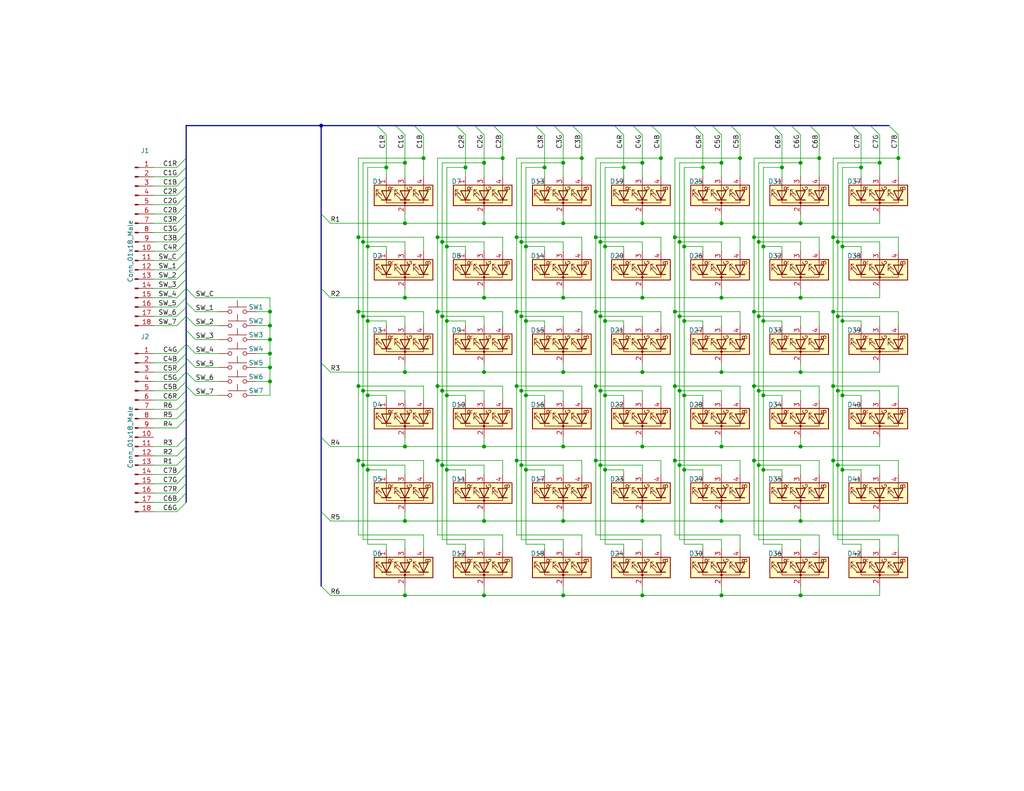
<source format=kicad_sch>
(kicad_sch (version 20230121) (generator eeschema)
  (paper "USLetter")
  (title_block (title "4-In-A-Row Soldering Kit LED Board") (date "2021-04-20") (rev "1.0") (comment 1 "Jamal Bouajjaj"))
  (junction (at 218.44 81.28) (diameter 0.9144))
  (junction (at 228.6 86.36) (diameter 0.9144))
  (junction (at 175.26 121.92) (diameter 0.9144))
  (junction (at 208.28 107.95) (diameter 0.9144))
  (junction (at 73.66 100.33) (diameter 0.9144))
  (junction (at 175.26 60.96) (diameter 0.9144))
  (junction (at 163.83 106.68) (diameter 0.9144))
  (junction (at 170.18 45.72) (diameter 0.9144))
  (junction (at 196.85 142.24) (diameter 0.9144))
  (junction (at 121.92 107.95) (diameter 0.9144))
  (junction (at 162.56 64.77) (diameter 0.9144))
  (junction (at 99.06 127) (diameter 0.9144))
  (junction (at 73.66 92.71) (diameter 0.9144))
  (junction (at 163.83 127) (diameter 0.9144))
  (junction (at 165.1 128.27) (diameter 0.9144))
  (junction (at 97.79 105.41) (diameter 0.9144))
  (junction (at 186.69 107.95) (diameter 0.9144))
  (junction (at 196.85 44.45) (diameter 0.9144))
  (junction (at 229.87 67.31) (diameter 0.9144))
  (junction (at 142.24 66.04) (diameter 0.9144))
  (junction (at 110.49 44.45) (diameter 0.9144))
  (junction (at 218.44 60.96) (diameter 0.9144))
  (junction (at 229.87 107.95) (diameter 0.9144))
  (junction (at 175.26 162.56) (diameter 0.9144))
  (junction (at 184.15 125.73) (diameter 0.9144))
  (junction (at 207.01 106.68) (diameter 0.9144))
  (junction (at 143.51 67.31) (diameter 0.9144))
  (junction (at 227.33 105.41) (diameter 0.9144))
  (junction (at 142.24 106.68) (diameter 0.9144))
  (junction (at 205.74 105.41) (diameter 0.9144))
  (junction (at 99.06 86.36) (diameter 0.9144))
  (junction (at 229.87 87.63) (diameter 0.9144))
  (junction (at 196.85 60.96) (diameter 0.9144))
  (junction (at 140.97 105.41) (diameter 0.9144))
  (junction (at 175.26 81.28) (diameter 0.9144))
  (junction (at 97.79 125.73) (diameter 0.9144))
  (junction (at 229.87 128.27) (diameter 0.9144))
  (junction (at 119.38 105.41) (diameter 0.9144))
  (junction (at 186.69 128.27) (diameter 0.9144))
  (junction (at 132.08 162.56) (diameter 0.9144))
  (junction (at 87.63 34.29) (diameter 0.9144))
  (junction (at 100.33 107.95) (diameter 0.9144))
  (junction (at 132.08 60.96) (diameter 0.9144))
  (junction (at 162.56 85.09) (diameter 0.9144))
  (junction (at 208.28 128.27) (diameter 0.9144))
  (junction (at 184.15 64.77) (diameter 0.9144))
  (junction (at 132.08 121.92) (diameter 0.9144))
  (junction (at 143.51 87.63) (diameter 0.9144))
  (junction (at 143.51 128.27) (diameter 0.9144))
  (junction (at 208.28 67.31) (diameter 0.9144))
  (junction (at 121.92 128.27) (diameter 0.9144))
  (junction (at 119.38 85.09) (diameter 0.9144))
  (junction (at 153.67 101.6) (diameter 0.9144))
  (junction (at 227.33 85.09) (diameter 0.9144))
  (junction (at 110.49 162.56) (diameter 0.9144))
  (junction (at 223.52 43.18) (diameter 0.9144))
  (junction (at 205.74 85.09) (diameter 0.9144))
  (junction (at 240.03 44.45) (diameter 0.9144))
  (junction (at 207.01 86.36) (diameter 0.9144))
  (junction (at 140.97 64.77) (diameter 0.9144))
  (junction (at 185.42 106.68) (diameter 0.9144))
  (junction (at 99.06 66.04) (diameter 0.9144))
  (junction (at 153.67 142.24) (diameter 0.9144))
  (junction (at 120.65 86.36) (diameter 0.9144))
  (junction (at 228.6 127) (diameter 0.9144))
  (junction (at 185.42 86.36) (diameter 0.9144))
  (junction (at 153.67 121.92) (diameter 0.9144))
  (junction (at 110.49 81.28) (diameter 0.9144))
  (junction (at 163.83 86.36) (diameter 0.9144))
  (junction (at 158.75 43.18) (diameter 0.9144))
  (junction (at 121.92 87.63) (diameter 0.9144))
  (junction (at 121.92 67.31) (diameter 0.9144))
  (junction (at 140.97 85.09) (diameter 0.9144))
  (junction (at 234.95 45.72) (diameter 0.9144))
  (junction (at 132.08 81.28) (diameter 0.9144))
  (junction (at 110.49 60.96) (diameter 0.9144))
  (junction (at 186.69 87.63) (diameter 0.9144))
  (junction (at 207.01 127) (diameter 0.9144))
  (junction (at 185.42 127) (diameter 0.9144))
  (junction (at 208.28 87.63) (diameter 0.9144))
  (junction (at 196.85 162.56) (diameter 0.9144))
  (junction (at 163.83 66.04) (diameter 0.9144))
  (junction (at 73.66 88.9) (diameter 0.9144))
  (junction (at 73.66 104.14) (diameter 0.9144))
  (junction (at 207.01 66.04) (diameter 0.9144))
  (junction (at 142.24 127) (diameter 0.9144))
  (junction (at 245.11 43.18) (diameter 0.9144))
  (junction (at 227.33 125.73) (diameter 0.9144))
  (junction (at 186.69 67.31) (diameter 0.9144))
  (junction (at 196.85 121.92) (diameter 0.9144))
  (junction (at 165.1 107.95) (diameter 0.9144))
  (junction (at 180.34 43.18) (diameter 0.9144))
  (junction (at 105.41 45.72) (diameter 0.9144))
  (junction (at 196.85 101.6) (diameter 0.9144))
  (junction (at 110.49 101.6) (diameter 0.9144))
  (junction (at 218.44 121.92) (diameter 0.9144))
  (junction (at 184.15 105.41) (diameter 0.9144))
  (junction (at 100.33 128.27) (diameter 0.9144))
  (junction (at 218.44 162.56) (diameter 0.9144))
  (junction (at 99.06 106.68) (diameter 0.9144))
  (junction (at 175.26 142.24) (diameter 0.9144))
  (junction (at 148.59 45.72) (diameter 0.9144))
  (junction (at 153.67 44.45) (diameter 0.9144))
  (junction (at 100.33 67.31) (diameter 0.9144))
  (junction (at 100.33 87.63) (diameter 0.9144))
  (junction (at 184.15 85.09) (diameter 0.9144))
  (junction (at 143.51 107.95) (diameter 0.9144))
  (junction (at 119.38 64.77) (diameter 0.9144))
  (junction (at 153.67 162.56) (diameter 0.9144))
  (junction (at 73.66 85.09) (diameter 0.9144))
  (junction (at 205.74 125.73) (diameter 0.9144))
  (junction (at 97.79 64.77) (diameter 0.9144))
  (junction (at 227.33 64.77) (diameter 0.9144))
  (junction (at 119.38 125.73) (diameter 0.9144))
  (junction (at 228.6 66.04) (diameter 0.9144))
  (junction (at 196.85 81.28) (diameter 0.9144))
  (junction (at 205.74 64.77) (diameter 0.9144))
  (junction (at 218.44 142.24) (diameter 0.9144))
  (junction (at 132.08 44.45) (diameter 0.9144))
  (junction (at 191.77 45.72) (diameter 0.9144))
  (junction (at 228.6 106.68) (diameter 0.9144))
  (junction (at 153.67 60.96) (diameter 0.9144))
  (junction (at 110.49 121.92) (diameter 0.9144))
  (junction (at 165.1 87.63) (diameter 0.9144))
  (junction (at 213.36 45.72) (diameter 0.9144))
  (junction (at 140.97 125.73) (diameter 0.9144))
  (junction (at 165.1 67.31) (diameter 0.9144))
  (junction (at 201.93 43.18) (diameter 0.9144))
  (junction (at 175.26 101.6) (diameter 0.9144))
  (junction (at 142.24 86.36) (diameter 0.9144))
  (junction (at 115.57 43.18) (diameter 0.9144))
  (junction (at 73.66 96.52) (diameter 0.9144))
  (junction (at 120.65 127) (diameter 0.9144))
  (junction (at 132.08 101.6) (diameter 0.9144))
  (junction (at 120.65 106.68) (diameter 0.9144))
  (junction (at 185.42 66.04) (diameter 0.9144))
  (junction (at 110.49 142.24) (diameter 0.9144))
  (junction (at 137.16 43.18) (diameter 0.9144))
  (junction (at 218.44 101.6) (diameter 0.9144))
  (junction (at 132.08 142.24) (diameter 0.9144))
  (junction (at 153.67 81.28) (diameter 0.9144))
  (junction (at 120.65 66.04) (diameter 0.9144))
  (junction (at 218.44 44.45) (diameter 0.9144))
  (junction (at 97.79 85.09) (diameter 0.9144))
  (junction (at 127 45.72) (diameter 0.9144))
  (junction (at 162.56 105.41) (diameter 0.9144))
  (junction (at 162.56 125.73) (diameter 0.9144))
  (junction (at 175.26 44.45) (diameter 0.9144))
  (bus_entry (at 87.63 78.74) (size 2.54 2.54) (stroke (width 0.1524)))
  (bus_entry (at 50.8 48.26) (size -2.54 2.54) (stroke (width 0.1524)))
  (bus_entry (at 102.87 34.29) (size 2.54 2.54) (stroke (width 0.1524)))
  (bus_entry (at 232.41 34.29) (size 2.54 2.54) (stroke (width 0.1524)))
  (bus_entry (at 50.8 127) (size -2.54 2.54) (stroke (width 0.1524)))
  (bus_entry (at 87.63 139.7) (size 2.54 2.54) (stroke (width 0.1524)))
  (bus_entry (at 50.8 55.88) (size -2.54 2.54) (stroke (width 0.1524)))
  (bus_entry (at 50.8 101.6) (size -2.54 2.54) (stroke (width 0.1524)))
  (bus_entry (at 194.31 34.29) (size 2.54 2.54) (stroke (width 0.1524)))
  (bus_entry (at 50.8 76.2) (size -2.54 2.54) (stroke (width 0.1524)))
  (bus_entry (at 87.63 160.02) (size 2.54 2.54) (stroke (width 0.1524)))
  (bus_entry (at 50.8 45.72) (size -2.54 2.54) (stroke (width 0.1524)))
  (bus_entry (at 177.8 34.29) (size 2.54 2.54) (stroke (width 0.1524)))
  (bus_entry (at 50.8 73.66) (size -2.54 2.54) (stroke (width 0.1524)))
  (bus_entry (at 146.05 34.29) (size 2.54 2.54) (stroke (width 0.1524)))
  (bus_entry (at 50.8 137.16) (size -2.54 2.54) (stroke (width 0.1524)))
  (bus_entry (at 113.03 34.29) (size 2.54 2.54) (stroke (width 0.1524)))
  (bus_entry (at 124.46 34.29) (size 2.54 2.54) (stroke (width 0.1524)))
  (bus_entry (at 237.49 34.29) (size 2.54 2.54) (stroke (width 0.1524)))
  (bus_entry (at 107.95 34.29) (size 2.54 2.54) (stroke (width 0.1524)))
  (bus_entry (at 50.8 78.74) (size 2.54 2.54) (stroke (width 0.1524)))
  (bus_entry (at 167.64 34.29) (size 2.54 2.54) (stroke (width 0.1524)))
  (bus_entry (at 210.82 34.29) (size 2.54 2.54) (stroke (width 0.1524)))
  (bus_entry (at 215.9 34.29) (size 2.54 2.54) (stroke (width 0.1524)))
  (bus_entry (at 156.21 34.29) (size 2.54 2.54) (stroke (width 0.1524)))
  (bus_entry (at 50.8 119.38) (size -2.54 2.54) (stroke (width 0.1524)))
  (bus_entry (at 50.8 58.42) (size -2.54 2.54) (stroke (width 0.1524)))
  (bus_entry (at 50.8 132.08) (size -2.54 2.54) (stroke (width 0.1524)))
  (bus_entry (at 50.8 129.54) (size -2.54 2.54) (stroke (width 0.1524)))
  (bus_entry (at 50.8 106.68) (size -2.54 2.54) (stroke (width 0.1524)))
  (bus_entry (at 50.8 90.17) (size 2.54 2.54) (stroke (width 0.1524)))
  (bus_entry (at 50.8 93.98) (size -2.54 2.54) (stroke (width 0.1524)))
  (bus_entry (at 242.57 34.29) (size 2.54 2.54) (stroke (width 0.1524)))
  (bus_entry (at 199.39 34.29) (size 2.54 2.54) (stroke (width 0.1524)))
  (bus_entry (at 50.8 104.14) (size -2.54 2.54) (stroke (width 0.1524)))
  (bus_entry (at 50.8 97.79) (size 2.54 2.54) (stroke (width 0.1524)))
  (bus_entry (at 151.13 34.29) (size 2.54 2.54) (stroke (width 0.1524)))
  (bus_entry (at 50.8 101.6) (size 2.54 2.54) (stroke (width 0.1524)))
  (bus_entry (at 134.62 34.29) (size 2.54 2.54) (stroke (width 0.1524)))
  (bus_entry (at 50.8 93.98) (size 2.54 2.54) (stroke (width 0.1524)))
  (bus_entry (at 50.8 66.04) (size -2.54 2.54) (stroke (width 0.1524)))
  (bus_entry (at 129.54 34.29) (size 2.54 2.54) (stroke (width 0.1524)))
  (bus_entry (at 50.8 121.92) (size -2.54 2.54) (stroke (width 0.1524)))
  (bus_entry (at 50.8 68.58) (size -2.54 2.54) (stroke (width 0.1524)))
  (bus_entry (at 50.8 81.28) (size -2.54 2.54) (stroke (width 0.1524)))
  (bus_entry (at 172.72 34.29) (size 2.54 2.54) (stroke (width 0.1524)))
  (bus_entry (at 87.63 119.38) (size 2.54 2.54) (stroke (width 0.1524)))
  (bus_entry (at 50.8 86.36) (size -2.54 2.54) (stroke (width 0.1524)))
  (bus_entry (at 50.8 134.62) (size -2.54 2.54) (stroke (width 0.1524)))
  (bus_entry (at 50.8 86.36) (size 2.54 2.54) (stroke (width 0.1524)))
  (bus_entry (at 50.8 105.41) (size 2.54 2.54) (stroke (width 0.1524)))
  (bus_entry (at 50.8 50.8) (size -2.54 2.54) (stroke (width 0.1524)))
  (bus_entry (at 87.63 58.42) (size 2.54 2.54) (stroke (width 0.1524)))
  (bus_entry (at 50.8 82.55) (size 2.54 2.54) (stroke (width 0.1524)))
  (bus_entry (at 50.8 43.18) (size -2.54 2.54) (stroke (width 0.1524)))
  (bus_entry (at 50.8 124.46) (size -2.54 2.54) (stroke (width 0.1524)))
  (bus_entry (at 220.98 34.29) (size 2.54 2.54) (stroke (width 0.1524)))
  (bus_entry (at 50.8 60.96) (size -2.54 2.54) (stroke (width 0.1524)))
  (bus_entry (at 50.8 78.74) (size -2.54 2.54) (stroke (width 0.1524)))
  (bus_entry (at 87.63 99.06) (size 2.54 2.54) (stroke (width 0.1524)))
  (bus_entry (at 50.8 63.5) (size -2.54 2.54) (stroke (width 0.1524)))
  (bus_entry (at 50.8 99.06) (size -2.54 2.54) (stroke (width 0.1524)))
  (bus_entry (at 50.8 114.3) (size -2.54 2.54) (stroke (width 0.1524)))
  (bus_entry (at 189.23 34.29) (size 2.54 2.54) (stroke (width 0.1524)))
  (bus_entry (at 50.8 53.34) (size -2.54 2.54) (stroke (width 0.1524)))
  (bus_entry (at 50.8 71.12) (size -2.54 2.54) (stroke (width 0.1524)))
  (bus_entry (at 50.8 83.82) (size -2.54 2.54) (stroke (width 0.1524)))
  (bus_entry (at 50.8 109.22) (size -2.54 2.54) (stroke (width 0.1524)))
  (bus_entry (at 50.8 96.52) (size -2.54 2.54) (stroke (width 0.1524)))
  (bus_entry (at 50.8 111.76) (size -2.54 2.54) (stroke (width 0.1524)))
  (wire (pts (xy 99.06 127) (xy 99.06 147.32)))
  (wire (pts (xy 115.57 85.09) (xy 97.79 85.09)))
  (wire (pts (xy 120.65 127) (xy 120.65 147.32)))
  (wire (pts (xy 121.92 87.63) (xy 121.92 107.95)))
  (wire (pts (xy 180.34 149.86) (xy 180.34 146.05)))
  (bus (pts (xy 50.8 132.08) (xy 50.8 134.62)))
  (wire (pts (xy 184.15 125.73) (xy 184.15 105.41)))
  (wire (pts (xy 99.06 44.45) (xy 99.06 66.04)))
  (wire (pts (xy 142.24 66.04) (xy 142.24 86.36)))
  (wire (pts (xy 132.08 121.92) (xy 132.08 119.38)))
  (wire (pts (xy 163.83 127) (xy 163.83 147.32)))
  (wire (pts (xy 184.15 146.05) (xy 184.15 125.73)))
  (wire (pts (xy 153.67 86.36) (xy 153.67 88.9)))
  (wire (pts (xy 234.95 36.83) (xy 234.95 45.72)))
  (wire (pts (xy 228.6 127) (xy 240.03 127)))
  (wire (pts (xy 218.44 101.6) (xy 196.85 101.6)))
  (wire (pts (xy 41.91 53.34) (xy 48.26 53.34)))
  (wire (pts (xy 240.03 44.45) (xy 228.6 44.45)))
  (wire (pts (xy 196.85 60.96) (xy 196.85 58.42)))
  (wire (pts (xy 228.6 106.68) (xy 240.03 106.68)))
  (wire (pts (xy 132.08 101.6) (xy 110.49 101.6)))
  (wire (pts (xy 196.85 101.6) (xy 196.85 99.06)))
  (wire (pts (xy 186.69 107.95) (xy 186.69 128.27)))
  (wire (pts (xy 245.11 43.18) (xy 245.11 48.26)))
  (wire (pts (xy 218.44 142.24) (xy 196.85 142.24)))
  (wire (pts (xy 110.49 127) (xy 110.49 129.54)))
  (bus (pts (xy 50.8 63.5) (xy 50.8 66.04)))
  (wire (pts (xy 170.18 87.63) (xy 170.18 88.9)))
  (wire (pts (xy 73.66 81.28) (xy 73.66 85.09)))
  (wire (pts (xy 213.36 45.72) (xy 208.28 45.72)))
  (wire (pts (xy 180.34 129.54) (xy 180.34 125.73)))
  (wire (pts (xy 90.17 60.96) (xy 110.49 60.96)))
  (wire (pts (xy 99.06 66.04) (xy 110.49 66.04)))
  (wire (pts (xy 175.26 147.32) (xy 175.26 149.86)))
  (wire (pts (xy 165.1 148.59) (xy 170.18 148.59)))
  (wire (pts (xy 196.85 121.92) (xy 218.44 121.92)))
  (wire (pts (xy 158.75 68.58) (xy 158.75 64.77)))
  (wire (pts (xy 227.33 125.73) (xy 227.33 105.41)))
  (wire (pts (xy 97.79 85.09) (xy 97.79 64.77)))
  (wire (pts (xy 186.69 67.31) (xy 186.69 87.63)))
  (wire (pts (xy 229.87 87.63) (xy 229.87 107.95)))
  (wire (pts (xy 158.75 105.41) (xy 140.97 105.41)))
  (wire (pts (xy 110.49 162.56) (xy 132.08 162.56)))
  (wire (pts (xy 153.67 60.96) (xy 175.26 60.96)))
  (bus (pts (xy 50.8 124.46) (xy 50.8 127)))
  (wire (pts (xy 245.11 129.54) (xy 245.11 125.73)))
  (wire (pts (xy 205.74 43.18) (xy 223.52 43.18)))
  (wire (pts (xy 99.06 86.36) (xy 99.06 106.68)))
  (bus (pts (xy 50.8 66.04) (xy 50.8 68.58)))
  (wire (pts (xy 153.67 81.28) (xy 175.26 81.28)))
  (wire (pts (xy 121.92 67.31) (xy 127 67.31)))
  (wire (pts (xy 170.18 67.31) (xy 170.18 68.58)))
  (bus (pts (xy 50.8 86.36) (xy 50.8 90.17)))
  (wire (pts (xy 180.34 146.05) (xy 162.56 146.05)))
  (wire (pts (xy 240.03 142.24) (xy 218.44 142.24)))
  (wire (pts (xy 228.6 106.68) (xy 228.6 127)))
  (wire (pts (xy 142.24 66.04) (xy 153.67 66.04)))
  (wire (pts (xy 196.85 60.96) (xy 218.44 60.96)))
  (wire (pts (xy 69.85 96.52) (xy 73.66 96.52)))
  (wire (pts (xy 218.44 66.04) (xy 218.44 68.58)))
  (bus (pts (xy 87.63 78.74) (xy 87.63 99.06)))
  (wire (pts (xy 201.93 105.41) (xy 184.15 105.41)))
  (wire (pts (xy 191.77 87.63) (xy 191.77 88.9)))
  (wire (pts (xy 73.66 88.9) (xy 69.85 88.9)))
  (wire (pts (xy 191.77 148.59) (xy 191.77 149.86)))
  (wire (pts (xy 140.97 146.05) (xy 140.97 125.73)))
  (wire (pts (xy 100.33 128.27) (xy 105.41 128.27)))
  (bus (pts (xy 50.8 101.6) (xy 50.8 104.14)))
  (wire (pts (xy 158.75 88.9) (xy 158.75 85.09)))
  (wire (pts (xy 184.15 43.18) (xy 201.93 43.18)))
  (wire (pts (xy 100.33 107.95) (xy 105.41 107.95)))
  (wire (pts (xy 99.06 127) (xy 110.49 127)))
  (wire (pts (xy 196.85 36.83) (xy 196.85 44.45)))
  (wire (pts (xy 41.91 96.52) (xy 48.26 96.52)))
  (wire (pts (xy 153.67 142.24) (xy 153.67 139.7)))
  (wire (pts (xy 234.95 128.27) (xy 234.95 129.54)))
  (wire (pts (xy 201.93 146.05) (xy 184.15 146.05)))
  (bus (pts (xy 199.39 34.29) (xy 210.82 34.29)))
  (wire (pts (xy 153.67 101.6) (xy 153.67 99.06)))
  (bus (pts (xy 50.8 104.14) (xy 50.8 105.41)))
  (wire (pts (xy 143.51 87.63) (xy 148.59 87.63)))
  (wire (pts (xy 110.49 86.36) (xy 110.49 88.9)))
  (wire (pts (xy 205.74 85.09) (xy 205.74 64.77)))
  (wire (pts (xy 115.57 36.83) (xy 115.57 43.18)))
  (wire (pts (xy 41.91 55.88) (xy 48.26 55.88)))
  (wire (pts (xy 196.85 162.56) (xy 218.44 162.56)))
  (wire (pts (xy 175.26 101.6) (xy 153.67 101.6)))
  (wire (pts (xy 90.17 81.28) (xy 110.49 81.28)))
  (wire (pts (xy 69.85 92.71) (xy 73.66 92.71)))
  (wire (pts (xy 142.24 86.36) (xy 153.67 86.36)))
  (wire (pts (xy 48.26 106.68) (xy 41.91 106.68)))
  (wire (pts (xy 41.91 60.96) (xy 48.26 60.96)))
  (wire (pts (xy 158.75 125.73) (xy 140.97 125.73)))
  (bus (pts (xy 50.8 34.29) (xy 50.8 43.18)))
  (wire (pts (xy 153.67 106.68) (xy 153.67 109.22)))
  (wire (pts (xy 41.91 109.22) (xy 48.26 109.22)))
  (wire (pts (xy 153.67 121.92) (xy 153.67 119.38)))
  (wire (pts (xy 127 45.72) (xy 121.92 45.72)))
  (wire (pts (xy 105.41 107.95) (xy 105.41 109.22)))
  (wire (pts (xy 105.41 45.72) (xy 100.33 45.72)))
  (wire (pts (xy 132.08 44.45) (xy 120.65 44.45)))
  (wire (pts (xy 234.95 107.95) (xy 234.95 109.22)))
  (wire (pts (xy 137.16 36.83) (xy 137.16 43.18)))
  (bus (pts (xy 50.8 50.8) (xy 50.8 53.34)))
  (wire (pts (xy 196.85 101.6) (xy 175.26 101.6)))
  (wire (pts (xy 120.65 66.04) (xy 132.08 66.04)))
  (bus (pts (xy 50.8 82.55) (xy 50.8 83.82)))
  (wire (pts (xy 207.01 106.68) (xy 218.44 106.68)))
  (wire (pts (xy 175.26 121.92) (xy 175.26 119.38)))
  (wire (pts (xy 142.24 147.32) (xy 153.67 147.32)))
  (wire (pts (xy 132.08 106.68) (xy 132.08 109.22)))
  (wire (pts (xy 175.26 44.45) (xy 175.26 48.26)))
  (wire (pts (xy 201.93 43.18) (xy 201.93 48.26)))
  (wire (pts (xy 110.49 121.92) (xy 132.08 121.92)))
  (wire (pts (xy 69.85 104.14) (xy 73.66 104.14)))
  (wire (pts (xy 201.93 129.54) (xy 201.93 125.73)))
  (wire (pts (xy 48.26 134.62) (xy 41.91 134.62)))
  (wire (pts (xy 191.77 45.72) (xy 191.77 48.26)))
  (wire (pts (xy 196.85 44.45) (xy 185.42 44.45)))
  (wire (pts (xy 245.11 36.83) (xy 245.11 43.18)))
  (wire (pts (xy 41.91 86.36) (xy 48.26 86.36)))
  (wire (pts (xy 137.16 125.73) (xy 119.38 125.73)))
  (wire (pts (xy 132.08 162.56) (xy 132.08 160.02)))
  (wire (pts (xy 132.08 147.32) (xy 132.08 149.86)))
  (wire (pts (xy 48.26 132.08) (xy 41.91 132.08)))
  (wire (pts (xy 110.49 101.6) (xy 110.49 99.06)))
  (wire (pts (xy 227.33 105.41) (xy 227.33 85.09)))
  (wire (pts (xy 184.15 85.09) (xy 184.15 64.77)))
  (wire (pts (xy 137.16 149.86) (xy 137.16 146.05)))
  (wire (pts (xy 120.65 127) (xy 132.08 127)))
  (wire (pts (xy 196.85 81.28) (xy 196.85 78.74)))
  (wire (pts (xy 234.95 45.72) (xy 234.95 48.26)))
  (wire (pts (xy 175.26 162.56) (xy 175.26 160.02)))
  (wire (pts (xy 245.11 125.73) (xy 227.33 125.73)))
  (wire (pts (xy 142.24 127) (xy 142.24 147.32)))
  (bus (pts (xy 87.63 99.06) (xy 87.63 119.38)))
  (wire (pts (xy 163.83 147.32) (xy 175.26 147.32)))
  (wire (pts (xy 196.85 81.28) (xy 218.44 81.28)))
  (wire (pts (xy 137.16 64.77) (xy 119.38 64.77)))
  (wire (pts (xy 229.87 107.95) (xy 234.95 107.95)))
  (bus (pts (xy 50.8 127) (xy 50.8 129.54)))
  (wire (pts (xy 227.33 146.05) (xy 227.33 125.73)))
  (wire (pts (xy 227.33 64.77) (xy 227.33 43.18)))
  (wire (pts (xy 127 128.27) (xy 127 129.54)))
  (wire (pts (xy 196.85 44.45) (xy 196.85 48.26)))
  (bus (pts (xy 50.8 68.58) (xy 50.8 71.12)))
  (wire (pts (xy 175.26 127) (xy 175.26 129.54)))
  (wire (pts (xy 191.77 67.31) (xy 191.77 68.58)))
  (wire (pts (xy 120.65 106.68) (xy 132.08 106.68)))
  (wire (pts (xy 110.49 44.45) (xy 110.49 48.26)))
  (wire (pts (xy 228.6 66.04) (xy 228.6 86.36)))
  (wire (pts (xy 143.51 107.95) (xy 148.59 107.95)))
  (wire (pts (xy 119.38 125.73) (xy 119.38 105.41)))
  (wire (pts (xy 245.11 88.9) (xy 245.11 85.09)))
  (wire (pts (xy 132.08 36.83) (xy 132.08 44.45)))
  (bus (pts (xy 50.8 109.22) (xy 50.8 111.76)))
  (wire (pts (xy 143.51 45.72) (xy 143.51 67.31)))
  (wire (pts (xy 207.01 127) (xy 218.44 127)))
  (wire (pts (xy 218.44 81.28) (xy 240.03 81.28)))
  (bus (pts (xy 50.8 105.41) (xy 50.8 106.68)))
  (bus (pts (xy 167.64 34.29) (xy 172.72 34.29)))
  (wire (pts (xy 186.69 67.31) (xy 191.77 67.31)))
  (wire (pts (xy 218.44 121.92) (xy 218.44 119.38)))
  (wire (pts (xy 163.83 127) (xy 175.26 127)))
  (wire (pts (xy 228.6 44.45) (xy 228.6 66.04)))
  (wire (pts (xy 218.44 60.96) (xy 218.44 58.42)))
  (bus (pts (xy 50.8 106.68) (xy 50.8 109.22)))
  (wire (pts (xy 143.51 67.31) (xy 148.59 67.31)))
  (wire (pts (xy 121.92 128.27) (xy 127 128.27)))
  (wire (pts (xy 121.92 148.59) (xy 127 148.59)))
  (bus (pts (xy 50.8 78.74) (xy 50.8 81.28)))
  (wire (pts (xy 137.16 85.09) (xy 119.38 85.09)))
  (wire (pts (xy 175.26 142.24) (xy 175.26 139.7)))
  (wire (pts (xy 218.44 60.96) (xy 240.03 60.96)))
  (bus (pts (xy 151.13 34.29) (xy 156.21 34.29)))
  (wire (pts (xy 41.91 111.76) (xy 48.26 111.76)))
  (wire (pts (xy 213.36 36.83) (xy 213.36 45.72)))
  (wire (pts (xy 132.08 101.6) (xy 132.08 99.06)))
  (wire (pts (xy 73.66 96.52) (xy 73.66 92.71)))
  (wire (pts (xy 175.26 60.96) (xy 196.85 60.96)))
  (wire (pts (xy 59.69 92.71) (xy 53.34 92.71)))
  (bus (pts (xy 50.8 71.12) (xy 50.8 73.66)))
  (wire (pts (xy 153.67 36.83) (xy 153.67 44.45)))
  (wire (pts (xy 115.57 43.18) (xy 115.57 48.26)))
  (wire (pts (xy 90.17 101.6) (xy 110.49 101.6)))
  (wire (pts (xy 137.16 88.9) (xy 137.16 85.09)))
  (wire (pts (xy 105.41 87.63) (xy 105.41 88.9)))
  (wire (pts (xy 208.28 128.27) (xy 208.28 148.59)))
  (wire (pts (xy 142.24 106.68) (xy 153.67 106.68)))
  (wire (pts (xy 186.69 87.63) (xy 186.69 107.95)))
  (bus (pts (xy 50.8 81.28) (xy 50.8 82.55)))
  (wire (pts (xy 165.1 87.63) (xy 165.1 107.95)))
  (bus (pts (xy 50.8 121.92) (xy 50.8 124.46)))
  (wire (pts (xy 48.26 50.8) (xy 41.91 50.8)))
  (wire (pts (xy 158.75 129.54) (xy 158.75 125.73)))
  (wire (pts (xy 163.83 106.68) (xy 163.83 127)))
  (wire (pts (xy 41.91 45.72) (xy 48.26 45.72)))
  (wire (pts (xy 218.44 101.6) (xy 218.44 99.06)))
  (wire (pts (xy 165.1 87.63) (xy 170.18 87.63)))
  (bus (pts (xy 50.8 114.3) (xy 50.8 119.38)))
  (wire (pts (xy 213.36 148.59) (xy 213.36 149.86)))
  (wire (pts (xy 240.03 101.6) (xy 218.44 101.6)))
  (wire (pts (xy 218.44 142.24) (xy 218.44 139.7)))
  (wire (pts (xy 119.38 146.05) (xy 119.38 125.73)))
  (wire (pts (xy 140.97 85.09) (xy 140.97 64.77)))
  (wire (pts (xy 185.42 66.04) (xy 196.85 66.04)))
  (wire (pts (xy 240.03 60.96) (xy 240.03 58.42)))
  (wire (pts (xy 140.97 43.18) (xy 158.75 43.18)))
  (bus (pts (xy 134.62 34.29) (xy 146.05 34.29)))
  (wire (pts (xy 73.66 100.33) (xy 73.66 96.52)))
  (wire (pts (xy 240.03 44.45) (xy 240.03 48.26)))
  (wire (pts (xy 148.59 45.72) (xy 148.59 48.26)))
  (wire (pts (xy 73.66 85.09) (xy 73.66 88.9)))
  (wire (pts (xy 186.69 128.27) (xy 186.69 148.59)))
  (wire (pts (xy 48.26 99.06) (xy 41.91 99.06)))
  (wire (pts (xy 208.28 45.72) (xy 208.28 67.31)))
  (wire (pts (xy 127 148.59) (xy 127 149.86)))
  (wire (pts (xy 41.91 129.54) (xy 48.26 129.54)))
  (wire (pts (xy 153.67 44.45) (xy 153.67 48.26)))
  (wire (pts (xy 97.79 146.05) (xy 97.79 125.73)))
  (bus (pts (xy 50.8 55.88) (xy 50.8 58.42)))
  (wire (pts (xy 148.59 36.83) (xy 148.59 45.72)))
  (wire (pts (xy 41.91 63.5) (xy 48.26 63.5)))
  (wire (pts (xy 185.42 127) (xy 196.85 127)))
  (wire (pts (xy 245.11 109.22) (xy 245.11 105.41)))
  (wire (pts (xy 140.97 64.77) (xy 140.97 43.18)))
  (wire (pts (xy 185.42 106.68) (xy 185.42 127)))
  (wire (pts (xy 120.65 106.68) (xy 120.65 127)))
  (bus (pts (xy 50.8 97.79) (xy 50.8 99.06)))
  (wire (pts (xy 121.92 107.95) (xy 127 107.95)))
  (wire (pts (xy 223.52 88.9) (xy 223.52 85.09)))
  (bus (pts (xy 124.46 34.29) (xy 129.54 34.29)))
  (wire (pts (xy 213.36 128.27) (xy 213.36 129.54)))
  (wire (pts (xy 105.41 128.27) (xy 105.41 129.54)))
  (wire (pts (xy 115.57 146.05) (xy 97.79 146.05)))
  (wire (pts (xy 184.15 105.41) (xy 184.15 85.09)))
  (wire (pts (xy 137.16 146.05) (xy 119.38 146.05)))
  (wire (pts (xy 201.93 36.83) (xy 201.93 43.18)))
  (wire (pts (xy 180.34 43.18) (xy 180.34 48.26)))
  (wire (pts (xy 196.85 162.56) (xy 196.85 160.02)))
  (wire (pts (xy 223.52 85.09) (xy 205.74 85.09)))
  (wire (pts (xy 207.01 86.36) (xy 207.01 106.68)))
  (bus (pts (xy 113.03 34.29) (xy 124.46 34.29)))
  (wire (pts (xy 175.26 44.45) (xy 163.83 44.45)))
  (wire (pts (xy 234.95 45.72) (xy 229.87 45.72)))
  (wire (pts (xy 110.49 81.28) (xy 132.08 81.28)))
  (wire (pts (xy 175.26 81.28) (xy 175.26 78.74)))
  (wire (pts (xy 105.41 67.31) (xy 105.41 68.58)))
  (bus (pts (xy 87.63 34.29) (xy 87.63 58.42)))
  (wire (pts (xy 127 67.31) (xy 127 68.58)))
  (bus (pts (xy 156.21 34.29) (xy 167.64 34.29)))
  (bus (pts (xy 50.8 73.66) (xy 50.8 76.2)))
  (bus (pts (xy 87.63 119.38) (xy 87.63 139.7)))
  (wire (pts (xy 97.79 105.41) (xy 97.79 85.09)))
  (wire (pts (xy 218.44 44.45) (xy 218.44 48.26)))
  (wire (pts (xy 208.28 107.95) (xy 208.28 128.27)))
  (bus (pts (xy 50.8 93.98) (xy 50.8 96.52)))
  (wire (pts (xy 100.33 87.63) (xy 105.41 87.63)))
  (wire (pts (xy 110.49 60.96) (xy 110.49 58.42)))
  (wire (pts (xy 165.1 107.95) (xy 170.18 107.95)))
  (wire (pts (xy 185.42 147.32) (xy 196.85 147.32)))
  (wire (pts (xy 205.74 125.73) (xy 205.74 105.41)))
  (wire (pts (xy 110.49 162.56) (xy 110.49 160.02)))
  (bus (pts (xy 50.8 119.38) (xy 50.8 121.92)))
  (wire (pts (xy 121.92 87.63) (xy 127 87.63)))
  (wire (pts (xy 121.92 128.27) (xy 121.92 148.59)))
  (bus (pts (xy 237.49 34.29) (xy 242.57 34.29)))
  (wire (pts (xy 142.24 106.68) (xy 142.24 127)))
  (wire (pts (xy 207.01 66.04) (xy 207.01 86.36)))
  (bus (pts (xy 50.8 96.52) (xy 50.8 97.79)))
  (wire (pts (xy 229.87 148.59) (xy 234.95 148.59)))
  (wire (pts (xy 208.28 87.63) (xy 208.28 107.95)))
  (wire (pts (xy 99.06 86.36) (xy 110.49 86.36)))
  (wire (pts (xy 208.28 107.95) (xy 213.36 107.95)))
  (wire (pts (xy 229.87 107.95) (xy 229.87 128.27)))
  (wire (pts (xy 100.33 87.63) (xy 100.33 107.95)))
  (bus (pts (xy 87.63 34.29) (xy 50.8 34.29)))
  (wire (pts (xy 99.06 106.68) (xy 110.49 106.68)))
  (wire (pts (xy 153.67 60.96) (xy 153.67 58.42)))
  (wire (pts (xy 90.17 142.24) (xy 110.49 142.24)))
  (wire (pts (xy 162.56 64.77) (xy 162.56 43.18)))
  (wire (pts (xy 97.79 43.18) (xy 115.57 43.18)))
  (wire (pts (xy 115.57 125.73) (xy 97.79 125.73)))
  (wire (pts (xy 223.52 36.83) (xy 223.52 43.18)))
  (wire (pts (xy 184.15 64.77) (xy 184.15 43.18)))
  (wire (pts (xy 229.87 128.27) (xy 234.95 128.27)))
  (wire (pts (xy 110.49 81.28) (xy 110.49 78.74)))
  (bus (pts (xy 50.8 111.76) (xy 50.8 114.3)))
  (wire (pts (xy 180.34 105.41) (xy 162.56 105.41)))
  (wire (pts (xy 196.85 121.92) (xy 196.85 119.38)))
  (wire (pts (xy 99.06 106.68) (xy 99.06 127)))
  (wire (pts (xy 162.56 43.18) (xy 180.34 43.18)))
  (wire (pts (xy 132.08 66.04) (xy 132.08 68.58)))
  (wire (pts (xy 132.08 81.28) (xy 153.67 81.28)))
  (wire (pts (xy 229.87 67.31) (xy 234.95 67.31)))
  (wire (pts (xy 97.79 64.77) (xy 97.79 43.18)))
  (wire (pts (xy 132.08 162.56) (xy 153.67 162.56)))
  (wire (pts (xy 137.16 105.41) (xy 119.38 105.41)))
  (wire (pts (xy 186.69 45.72) (xy 186.69 67.31)))
  (wire (pts (xy 201.93 68.58) (xy 201.93 64.77)))
  (wire (pts (xy 158.75 146.05) (xy 140.97 146.05)))
  (wire (pts (xy 186.69 87.63) (xy 191.77 87.63)))
  (bus (pts (xy 50.8 48.26) (xy 50.8 50.8)))
  (wire (pts (xy 153.67 44.45) (xy 142.24 44.45)))
  (wire (pts (xy 73.66 104.14) (xy 73.66 100.33)))
  (wire (pts (xy 191.77 36.83) (xy 191.77 45.72)))
  (wire (pts (xy 41.91 81.28) (xy 48.26 81.28)))
  (wire (pts (xy 229.87 45.72) (xy 229.87 67.31)))
  (wire (pts (xy 143.51 128.27) (xy 143.51 148.59)))
  (bus (pts (xy 87.63 139.7) (xy 87.63 160.02)))
  (wire (pts (xy 218.44 44.45) (xy 207.01 44.45)))
  (wire (pts (xy 148.59 128.27) (xy 148.59 129.54)))
  (bus (pts (xy 50.8 58.42) (xy 50.8 60.96)))
  (wire (pts (xy 41.91 83.82) (xy 48.26 83.82)))
  (wire (pts (xy 162.56 146.05) (xy 162.56 125.73)))
  (wire (pts (xy 208.28 67.31) (xy 213.36 67.31)))
  (wire (pts (xy 175.26 36.83) (xy 175.26 44.45)))
  (wire (pts (xy 127 45.72) (xy 127 48.26)))
  (wire (pts (xy 120.65 86.36) (xy 120.65 106.68)))
  (wire (pts (xy 53.34 88.9) (xy 59.69 88.9)))
  (wire (pts (xy 185.42 86.36) (xy 196.85 86.36)))
  (wire (pts (xy 196.85 66.04) (xy 196.85 68.58)))
  (wire (pts (xy 100.33 67.31) (xy 100.33 87.63)))
  (wire (pts (xy 41.91 116.84) (xy 48.26 116.84)))
  (bus (pts (xy 146.05 34.29) (xy 151.13 34.29)))
  (wire (pts (xy 245.11 105.41) (xy 227.33 105.41)))
  (wire (pts (xy 218.44 106.68) (xy 218.44 109.22)))
  (wire (pts (xy 163.83 66.04) (xy 163.83 86.36)))
  (bus (pts (xy 50.8 45.72) (xy 50.8 48.26)))
  (wire (pts (xy 218.44 162.56) (xy 218.44 160.02)))
  (wire (pts (xy 207.01 86.36) (xy 218.44 86.36)))
  (wire (pts (xy 143.51 148.59) (xy 148.59 148.59)))
  (wire (pts (xy 185.42 86.36) (xy 185.42 106.68)))
  (wire (pts (xy 227.33 85.09) (xy 227.33 64.77)))
  (wire (pts (xy 223.52 43.18) (xy 223.52 48.26)))
  (wire (pts (xy 73.66 92.71) (xy 73.66 88.9)))
  (wire (pts (xy 218.44 121.92) (xy 240.03 121.92)))
  (wire (pts (xy 245.11 146.05) (xy 227.33 146.05)))
  (wire (pts (xy 105.41 148.59) (xy 105.41 149.86)))
  (bus (pts (xy 232.41 34.29) (xy 237.49 34.29)))
  (wire (pts (xy 120.65 147.32) (xy 132.08 147.32)))
  (wire (pts (xy 175.26 162.56) (xy 196.85 162.56)))
  (wire (pts (xy 170.18 45.72) (xy 170.18 48.26)))
  (wire (pts (xy 165.1 107.95) (xy 165.1 128.27)))
  (wire (pts (xy 121.92 107.95) (xy 121.92 128.27)))
  (wire (pts (xy 240.03 101.6) (xy 240.03 99.06)))
  (bus (pts (xy 172.72 34.29) (xy 177.8 34.29)))
  (wire (pts (xy 163.83 66.04) (xy 175.26 66.04)))
  (wire (pts (xy 163.83 86.36) (xy 163.83 106.68)))
  (wire (pts (xy 170.18 107.95) (xy 170.18 109.22)))
  (wire (pts (xy 132.08 81.28) (xy 132.08 78.74)))
  (wire (pts (xy 180.34 88.9) (xy 180.34 85.09)))
  (wire (pts (xy 153.67 147.32) (xy 153.67 149.86)))
  (wire (pts (xy 100.33 128.27) (xy 100.33 148.59)))
  (wire (pts (xy 165.1 67.31) (xy 165.1 87.63)))
  (wire (pts (xy 205.74 64.77) (xy 205.74 43.18)))
  (bus (pts (xy 50.8 53.34) (xy 50.8 55.88)))
  (wire (pts (xy 48.26 66.04) (xy 41.91 66.04)))
  (wire (pts (xy 148.59 87.63) (xy 148.59 88.9)))
  (wire (pts (xy 205.74 105.41) (xy 205.74 85.09)))
  (wire (pts (xy 201.93 125.73) (xy 184.15 125.73)))
  (wire (pts (xy 175.26 106.68) (xy 175.26 109.22)))
  (wire (pts (xy 143.51 107.95) (xy 143.51 128.27)))
  (wire (pts (xy 234.95 67.31) (xy 234.95 68.58)))
  (wire (pts (xy 191.77 107.95) (xy 191.77 109.22)))
  (wire (pts (xy 191.77 128.27) (xy 191.77 129.54)))
  (wire (pts (xy 158.75 43.18) (xy 158.75 48.26)))
  (wire (pts (xy 186.69 148.59) (xy 191.77 148.59)))
  (bus (pts (xy 50.8 90.17) (xy 50.8 93.98)))
  (wire (pts (xy 240.03 86.36) (xy 240.03 88.9)))
  (wire (pts (xy 53.34 81.28) (xy 73.66 81.28)))
  (wire (pts (xy 148.59 148.59) (xy 148.59 149.86)))
  (wire (pts (xy 148.59 67.31) (xy 148.59 68.58)))
  (wire (pts (xy 245.11 149.86) (xy 245.11 146.05)))
  (wire (pts (xy 196.85 86.36) (xy 196.85 88.9)))
  (wire (pts (xy 205.74 146.05) (xy 205.74 125.73)))
  (wire (pts (xy 180.34 68.58) (xy 180.34 64.77)))
  (wire (pts (xy 165.1 45.72) (xy 165.1 67.31)))
  (wire (pts (xy 245.11 68.58) (xy 245.11 64.77)))
  (wire (pts (xy 115.57 149.86) (xy 115.57 146.05)))
  (wire (pts (xy 207.01 44.45) (xy 207.01 66.04)))
  (wire (pts (xy 213.36 67.31) (xy 213.36 68.58)))
  (wire (pts (xy 115.57 68.58) (xy 115.57 64.77)))
  (wire (pts (xy 240.03 147.32) (xy 240.03 149.86)))
  (wire (pts (xy 240.03 66.04) (xy 240.03 68.58)))
  (wire (pts (xy 41.91 137.16) (xy 48.26 137.16)))
  (wire (pts (xy 137.16 129.54) (xy 137.16 125.73)))
  (wire (pts (xy 180.34 85.09) (xy 162.56 85.09)))
  (wire (pts (xy 100.33 107.95) (xy 100.33 128.27)))
  (bus (pts (xy 50.8 99.06) (xy 50.8 101.6)))
  (wire (pts (xy 153.67 127) (xy 153.67 129.54)))
  (wire (pts (xy 185.42 127) (xy 185.42 147.32)))
  (wire (pts (xy 213.36 87.63) (xy 213.36 88.9)))
  (wire (pts (xy 196.85 147.32) (xy 196.85 149.86)))
  (wire (pts (xy 213.36 45.72) (xy 213.36 48.26)))
  (wire (pts (xy 163.83 106.68) (xy 175.26 106.68)))
  (wire (pts (xy 180.34 36.83) (xy 180.34 43.18)))
  (wire (pts (xy 148.59 107.95) (xy 148.59 109.22)))
  (wire (pts (xy 48.26 58.42) (xy 41.91 58.42)))
  (wire (pts (xy 207.01 106.68) (xy 207.01 127)))
  (wire (pts (xy 201.93 88.9) (xy 201.93 85.09)))
  (wire (pts (xy 132.08 121.92) (xy 153.67 121.92)))
  (bus (pts (xy 129.54 34.29) (xy 134.62 34.29)))
  (bus (pts (xy 50.8 83.82) (xy 50.8 86.36)))
  (wire (pts (xy 132.08 142.24) (xy 132.08 139.7)))
  (wire (pts (xy 175.26 60.96) (xy 175.26 58.42)))
  (wire (pts (xy 208.28 148.59) (xy 213.36 148.59)))
  (wire (pts (xy 137.16 109.22) (xy 137.16 105.41)))
  (wire (pts (xy 142.24 127) (xy 153.67 127)))
  (wire (pts (xy 41.91 124.46) (xy 48.26 124.46)))
  (wire (pts (xy 132.08 86.36) (xy 132.08 88.9)))
  (bus (pts (xy 50.8 134.62) (xy 50.8 137.16)))
  (wire (pts (xy 208.28 87.63) (xy 213.36 87.63)))
  (bus (pts (xy 215.9 34.29) (xy 220.98 34.29)))
  (wire (pts (xy 97.79 125.73) (xy 97.79 105.41)))
  (bus (pts (xy 87.63 34.29) (xy 102.87 34.29)))
  (wire (pts (xy 228.6 127) (xy 228.6 147.32)))
  (wire (pts (xy 163.83 44.45) (xy 163.83 66.04)))
  (wire (pts (xy 53.34 96.52) (xy 59.69 96.52)))
  (wire (pts (xy 245.11 64.77) (xy 227.33 64.77)))
  (wire (pts (xy 240.03 162.56) (xy 240.03 160.02)))
  (bus (pts (xy 177.8 34.29) (xy 189.23 34.29)))
  (wire (pts (xy 207.01 127) (xy 207.01 147.32)))
  (wire (pts (xy 201.93 64.77) (xy 184.15 64.77)))
  (wire (pts (xy 240.03 106.68) (xy 240.03 109.22)))
  (wire (pts (xy 120.65 86.36) (xy 132.08 86.36)))
  (wire (pts (xy 163.83 86.36) (xy 175.26 86.36)))
  (wire (pts (xy 186.69 107.95) (xy 191.77 107.95)))
  (wire (pts (xy 132.08 127) (xy 132.08 129.54)))
  (wire (pts (xy 127 107.95) (xy 127 109.22)))
  (wire (pts (xy 132.08 142.24) (xy 110.49 142.24)))
  (wire (pts (xy 119.38 64.77) (xy 119.38 43.18)))
  (wire (pts (xy 223.52 149.86) (xy 223.52 146.05)))
  (wire (pts (xy 218.44 127) (xy 218.44 129.54)))
  (wire (pts (xy 153.67 162.56) (xy 153.67 160.02)))
  (wire (pts (xy 207.01 147.32) (xy 218.44 147.32)))
  (wire (pts (xy 127 36.83) (xy 127 45.72)))
  (wire (pts (xy 228.6 66.04) (xy 240.03 66.04)))
  (bus (pts (xy 50.8 76.2) (xy 50.8 78.74)))
  (wire (pts (xy 137.16 68.58) (xy 137.16 64.77)))
  (wire (pts (xy 110.49 60.96) (xy 132.08 60.96)))
  (wire (pts (xy 208.28 67.31) (xy 208.28 87.63)))
  (wire (pts (xy 142.24 86.36) (xy 142.24 106.68)))
  (wire (pts (xy 153.67 142.24) (xy 132.08 142.24)))
  (wire (pts (xy 180.34 109.22) (xy 180.34 105.41)))
  (wire (pts (xy 73.66 107.95) (xy 73.66 104.14)))
  (wire (pts (xy 41.91 78.74) (xy 48.26 78.74)))
  (wire (pts (xy 240.03 121.92) (xy 240.03 119.38)))
  (wire (pts (xy 99.06 147.32) (xy 110.49 147.32)))
  (wire (pts (xy 99.06 66.04) (xy 99.06 86.36)))
  (wire (pts (xy 218.44 81.28) (xy 218.44 78.74)))
  (wire (pts (xy 115.57 109.22) (xy 115.57 105.41)))
  (wire (pts (xy 196.85 142.24) (xy 196.85 139.7)))
  (wire (pts (xy 41.91 76.2) (xy 48.26 76.2)))
  (wire (pts (xy 165.1 128.27) (xy 170.18 128.27)))
  (wire (pts (xy 69.85 100.33) (xy 73.66 100.33)))
  (wire (pts (xy 223.52 109.22) (xy 223.52 105.41)))
  (wire (pts (xy 223.52 68.58) (xy 223.52 64.77)))
  (wire (pts (xy 228.6 147.32) (xy 240.03 147.32)))
  (wire (pts (xy 105.41 36.83) (xy 105.41 45.72)))
  (wire (pts (xy 143.51 67.31) (xy 143.51 87.63)))
  (wire (pts (xy 120.65 44.45) (xy 120.65 66.04)))
  (wire (pts (xy 223.52 125.73) (xy 205.74 125.73)))
  (wire (pts (xy 132.08 44.45) (xy 132.08 48.26)))
  (bus (pts (xy 194.31 34.29) (xy 199.39 34.29)))
  (wire (pts (xy 175.26 121.92) (xy 196.85 121.92)))
  (wire (pts (xy 41.91 73.66) (xy 48.26 73.66)))
  (wire (pts (xy 180.34 125.73) (xy 162.56 125.73)))
  (wire (pts (xy 100.33 67.31) (xy 105.41 67.31)))
  (wire (pts (xy 218.44 36.83) (xy 218.44 44.45)))
  (wire (pts (xy 208.28 128.27) (xy 213.36 128.27)))
  (bus (pts (xy 107.95 34.29) (xy 113.03 34.29)))
  (wire (pts (xy 110.49 44.45) (xy 99.06 44.45)))
  (wire (pts (xy 185.42 44.45) (xy 185.42 66.04)))
  (wire (pts (xy 229.87 87.63) (xy 234.95 87.63)))
  (wire (pts (xy 162.56 85.09) (xy 162.56 64.77)))
  (wire (pts (xy 137.16 43.18) (xy 137.16 48.26)))
  (wire (pts (xy 218.44 162.56) (xy 240.03 162.56)))
  (wire (pts (xy 69.85 85.09) (xy 73.66 85.09)))
  (wire (pts (xy 170.18 36.83) (xy 170.18 45.72)))
  (bus (pts (xy 50.8 60.96) (xy 50.8 63.5)))
  (wire (pts (xy 213.36 107.95) (xy 213.36 109.22)))
  (wire (pts (xy 201.93 149.86) (xy 201.93 146.05)))
  (wire (pts (xy 153.67 66.04) (xy 153.67 68.58)))
  (wire (pts (xy 185.42 66.04) (xy 185.42 86.36)))
  (wire (pts (xy 119.38 85.09) (xy 119.38 64.77)))
  (wire (pts (xy 162.56 125.73) (xy 162.56 105.41)))
  (wire (pts (xy 142.24 44.45) (xy 142.24 66.04)))
  (wire (pts (xy 127 87.63) (xy 127 88.9)))
  (wire (pts (xy 180.34 64.77) (xy 162.56 64.77)))
  (wire (pts (xy 110.49 147.32) (xy 110.49 149.86)))
  (wire (pts (xy 223.52 105.41) (xy 205.74 105.41)))
  (wire (pts (xy 223.52 64.77) (xy 205.74 64.77)))
  (wire (pts (xy 228.6 86.36) (xy 228.6 106.68)))
  (wire (pts (xy 143.51 128.27) (xy 148.59 128.27)))
  (wire (pts (xy 140.97 105.41) (xy 140.97 85.09)))
  (wire (pts (xy 175.26 66.04) (xy 175.26 68.58)))
  (wire (pts (xy 175.26 101.6) (xy 175.26 99.06)))
  (wire (pts (xy 143.51 87.63) (xy 143.51 107.95)))
  (bus (pts (xy 210.82 34.29) (xy 215.9 34.29)))
  (wire (pts (xy 115.57 105.41) (xy 97.79 105.41)))
  (wire (pts (xy 41.91 114.3) (xy 48.26 114.3)))
  (wire (pts (xy 115.57 129.54) (xy 115.57 125.73)))
  (wire (pts (xy 110.49 121.92) (xy 110.49 119.38)))
  (wire (pts (xy 119.38 105.41) (xy 119.38 85.09)))
  (wire (pts (xy 110.49 36.83) (xy 110.49 44.45)))
  (wire (pts (xy 110.49 142.24) (xy 110.49 139.7)))
  (wire (pts (xy 41.91 121.92) (xy 48.26 121.92)))
  (wire (pts (xy 196.85 127) (xy 196.85 129.54)))
  (wire (pts (xy 234.95 87.63) (xy 234.95 88.9)))
  (wire (pts (xy 175.26 86.36) (xy 175.26 88.9)))
  (wire (pts (xy 207.01 66.04) (xy 218.44 66.04)))
  (wire (pts (xy 196.85 142.24) (xy 175.26 142.24)))
  (bus (pts (xy 102.87 34.29) (xy 107.95 34.29)))
  (wire (pts (xy 153.67 101.6) (xy 132.08 101.6)))
  (wire (pts (xy 228.6 86.36) (xy 240.03 86.36)))
  (wire (pts (xy 121.92 67.31) (xy 121.92 87.63)))
  (wire (pts (xy 218.44 147.32) (xy 218.44 149.86)))
  (wire (pts (xy 229.87 67.31) (xy 229.87 87.63)))
  (wire (pts (xy 170.18 128.27) (xy 170.18 129.54)))
  (wire (pts (xy 132.08 60.96) (xy 153.67 60.96)))
  (wire (pts (xy 100.33 148.59) (xy 105.41 148.59)))
  (wire (pts (xy 100.33 45.72) (xy 100.33 67.31)))
  (wire (pts (xy 165.1 128.27) (xy 165.1 148.59)))
  (wire (pts (xy 223.52 129.54) (xy 223.52 125.73)))
  (bus (pts (xy 220.98 34.29) (xy 232.41 34.29)))
  (wire (pts (xy 120.65 66.04) (xy 120.65 86.36)))
  (wire (pts (xy 59.69 100.33) (xy 53.34 100.33)))
  (wire (pts (xy 170.18 45.72) (xy 165.1 45.72)))
  (bus (pts (xy 189.23 34.29) (xy 194.31 34.29)))
  (wire (pts (xy 158.75 85.09) (xy 140.97 85.09)))
  (wire (pts (xy 227.33 43.18) (xy 245.11 43.18)))
  (wire (pts (xy 41.91 68.58) (xy 48.26 68.58)))
  (wire (pts (xy 158.75 36.83) (xy 158.75 43.18)))
  (wire (pts (xy 170.18 148.59) (xy 170.18 149.86)))
  (bus (pts (xy 50.8 43.18) (xy 50.8 45.72)))
  (wire (pts (xy 175.26 142.24) (xy 153.67 142.24)))
  (wire (pts (xy 132.08 60.96) (xy 132.08 58.42)))
  (wire (pts (xy 175.26 81.28) (xy 196.85 81.28)))
  (wire (pts (xy 59.69 107.95) (xy 53.34 107.95)))
  (wire (pts (xy 201.93 109.22) (xy 201.93 105.41)))
  (wire (pts (xy 41.91 101.6) (xy 48.26 101.6)))
  (wire (pts (xy 165.1 67.31) (xy 170.18 67.31)))
  (wire (pts (xy 105.41 45.72) (xy 105.41 48.26)))
  (bus (pts (xy 50.8 129.54) (xy 50.8 132.08)))
  (wire (pts (xy 229.87 128.27) (xy 229.87 148.59)))
  (wire (pts (xy 240.03 36.83) (xy 240.03 44.45)))
  (wire (pts (xy 196.85 106.68) (xy 196.85 109.22)))
  (wire (pts (xy 240.03 127) (xy 240.03 129.54)))
  (wire (pts (xy 240.03 142.24) (xy 240.03 139.7)))
  (wire (pts (xy 158.75 64.77) (xy 140.97 64.77)))
  (wire (pts (xy 223.52 146.05) (xy 205.74 146.05)))
  (wire (pts (xy 185.42 106.68) (xy 196.85 106.68)))
  (wire (pts (xy 240.03 81.28) (xy 240.03 78.74)))
  (wire (pts (xy 53.34 104.14) (xy 59.69 104.14)))
  (wire (pts (xy 153.67 81.28) (xy 153.67 78.74)))
  (wire (pts (xy 69.85 107.95) (xy 73.66 107.95)))
  (wire (pts (xy 110.49 106.68) (xy 110.49 109.22)))
  (wire (pts (xy 41.91 139.7) (xy 48.26 139.7)))
  (wire (pts (xy 140.97 125.73) (xy 140.97 105.41)))
  (wire (pts (xy 115.57 64.77) (xy 97.79 64.77)))
  (wire (pts (xy 41.91 104.14) (xy 48.26 104.14)))
  (wire (pts (xy 121.92 45.72) (xy 121.92 67.31)))
  (wire (pts (xy 158.75 109.22) (xy 158.75 105.41)))
  (wire (pts (xy 234.95 148.59) (xy 234.95 149.86)))
  (wire (pts (xy 191.77 45.72) (xy 186.69 45.72)))
  (wire (pts (xy 153.67 121.92) (xy 175.26 121.92)))
  (wire (pts (xy 153.67 162.56) (xy 175.26 162.56)))
  (wire (pts (xy 90.17 162.56) (xy 110.49 162.56)))
  (wire (pts (xy 41.91 88.9) (xy 48.26 88.9)))
  (wire (pts (xy 90.17 121.92) (xy 110.49 121.92)))
  (wire (pts (xy 119.38 43.18) (xy 137.16 43.18)))
  (wire (pts (xy 148.59 45.72) (xy 143.51 45.72)))
  (bus (pts (xy 87.63 58.42) (xy 87.63 78.74)))
  (wire (pts (xy 162.56 105.41) (xy 162.56 85.09)))
  (wire (pts (xy 218.44 86.36) (xy 218.44 88.9)))
  (wire (pts (xy 115.57 88.9) (xy 115.57 85.09)))
  (wire (pts (xy 41.91 71.12) (xy 48.26 71.12)))
  (wire (pts (xy 158.75 149.86) (xy 158.75 146.05)))
  (wire (pts (xy 110.49 66.04) (xy 110.49 68.58)))
  (wire (pts (xy 245.11 85.09) (xy 227.33 85.09)))
  (wire (pts (xy 186.69 128.27) (xy 191.77 128.27)))
  (wire (pts (xy 201.93 85.09) (xy 184.15 85.09)))
  (wire (pts (xy 41.91 48.26) (xy 48.26 48.26)))
  (wire (pts (xy 59.69 85.09) (xy 53.34 85.09)))
  (wire (pts (xy 41.91 127) (xy 48.26 127)))
  (label "SW_1" (at 53.34 85.09 0))
  (label "R6" (at 90.17 162.56 0))
  (label "SW_C" (at 53.34 81.28 0))
  (label "SW_2" (at 53.34 88.9 0))
  (label "R6" (at 44.45 111.76 0))
  (label "C6G" (at 44.45 139.7 0))
  (label "C1R" (at 44.45 45.72 0))
  (label "C1G" (at 110.49 40.64 90))
  (label "C1R" (at 105.41 40.64 90))
  (label "C5R" (at 44.45 101.6 0))
  (label "C4G" (at 44.45 96.52 0))
  (label "C7B" (at 44.45 129.54 0))
  (label "C1B" (at 115.57 40.64 90))
  (label "R5" (at 90.17 142.24 0))
  (label "C5B" (at 44.45 106.68 0))
  (label "SW_4" (at 53.34 96.52 0))
  (label "C4G" (at 175.26 40.64 90))
  (label "C2B" (at 44.45 58.42 0))
  (label "C4B" (at 44.45 99.06 0))
  (label "C5B" (at 201.93 40.64 90))
  (label "R3" (at 90.17 101.6 0))
  (label "C2G" (at 132.08 40.64 90))
  (label "C6R" (at 213.36 40.64 90))
  (label "C7G" (at 240.03 40.64 90))
  (label "R1" (at 90.17 60.96 0))
  (label "SW_6" (at 53.34 104.14 0))
  (label "C5G" (at 196.85 40.64 90))
  (label "C2R" (at 127 40.64 90))
  (label "C3R" (at 148.59 40.64 90))
  (label "R1" (at 44.45 127 0))
  (label "C2R" (at 44.45 53.34 0))
  (label "R2" (at 44.45 124.46 0))
  (label "C6R" (at 44.45 109.22 0))
  (label "C6G" (at 218.44 40.64 90))
  (label "SW_7" (at 53.34 107.95 0))
  (label "SW_6" (at 43.18 86.36 0))
  (label "SW_4" (at 43.18 81.28 0))
  (label "C3R" (at 44.45 60.96 0))
  (label "SW_7" (at 43.18 88.9 0))
  (label "R2" (at 90.17 81.28 0))
  (label "R5" (at 44.45 114.3 0))
  (label "SW_5" (at 43.18 83.82 0))
  (label "C7R" (at 44.45 134.62 0))
  (label "C5G" (at 44.45 104.14 0))
  (label "C4B" (at 180.34 40.64 90))
  (label "C1B" (at 44.45 50.8 0))
  (label "SW_3" (at 53.34 92.71 0))
  (label "SW_2" (at 43.18 76.2 0))
  (label "C3B" (at 44.45 66.04 0))
  (label "C4R" (at 44.45 68.58 0))
  (label "C7R" (at 234.95 40.64 90))
  (label "C3G" (at 153.67 40.64 90))
  (label "C4R" (at 170.18 40.64 90))
  (label "C2G" (at 44.45 55.88 0))
  (label "R3" (at 44.45 121.92 0))
  (label "C5R" (at 191.77 40.64 90))
  (label "R4" (at 90.17 121.92 0))
  (label "SW_1" (at 43.18 73.66 0))
  (label "C1G" (at 44.45 48.26 0))
  (label "C3G" (at 44.45 63.5 0))
  (label "SW_C" (at 43.18 71.12 0))
  (label "C2B" (at 137.16 40.64 90))
  (label "C6B" (at 223.52 40.64 90))
  (label "C6B" (at 44.45 137.16 0))
  (label "SW_5" (at 53.34 100.33 0))
  (label "C7G" (at 44.45 132.08 0))
  (label "SW_3" (at 43.18 78.74 0))
  (label "C7B" (at 245.11 40.64 90))
  (label "R4" (at 44.45 116.84 0))
  (label "C3B" (at 158.75 40.64 90))
  (symbol (lib_id "Switch:SW_Push") (at 64.77 85.09 0) (unit 1)
    (property "Reference" "SW1" (at 69.85 83.82 0))
    (property "Value" "SW_Push" (effects hide))
    (property "Footprint" "Button_Switch_THT:SW_PUSH_6mm_H8mm" (effects hide))
  )
  (symbol (lib_id "Device:LED_RKGB") (at 110.49 93.98 90) (unit 1)
    (property "Reference" "D3" (at 101.6 90.17 90) (effects (justify right)))
    (property "Value" "LED_RCGB" (effects hide))
    (property "Footprint" "LED_THT:LED_D5.0mm-4_RGB_Staggered_Pins" (effects hide))
  )
  (symbol (lib_id "Device:LED_RKGB") (at 110.49 73.66 90) (unit 1)
    (property "Reference" "D2" (at 101.6 69.85 90) (effects (justify right)))
    (property "Value" "LED_RCGB" (effects hide))
    (property "Footprint" "LED_THT:LED_D5.0mm-4_RGB_Staggered_Pins" (effects hide))
  )
  (symbol (lib_id "Device:LED_RKGB") (at 110.49 53.34 90) (unit 1)
    (property "Reference" "D1" (at 101.6 49.53 90) (effects (justify right)))
    (property "Value" "LED_RCGB" (effects hide))
    (property "Footprint" "LED_THT:LED_D5.0mm-4_RGB_Staggered_Pins" (effects hide))
  )
  (symbol (lib_id "Device:LED_RKGB") (at 110.49 134.62 90) (unit 1)
    (property "Reference" "D5" (at 101.6 130.81 90) (effects (justify right)))
    (property "Value" "LED_RCGB" (effects hide))
    (property "Footprint" "LED_THT:LED_D5.0mm-4_RGB_Staggered_Pins" (effects hide))
  )
  (symbol (lib_id "Device:LED_RKGB") (at 110.49 154.94 90) (unit 1)
    (property "Reference" "D6" (at 101.6 151.13 90) (effects (justify right)))
    (property "Value" "LED_RCGB" (effects hide))
    (property "Footprint" "LED_THT:LED_D5.0mm-4_RGB_Staggered_Pins" (effects hide))
  )
  (symbol (lib_id "Device:LED_RKGB") (at 132.08 114.3 90) (unit 1)
    (property "Reference" "D10" (at 123.19 110.49 90) (effects (justify right)))
    (property "Value" "LED_RCGB" (effects hide))
    (property "Footprint" "LED_THT:LED_D5.0mm-4_RGB_Staggered_Pins" (effects hide))
  )
  (symbol (lib_id "Device:LED_RKGB") (at 132.08 93.98 90) (unit 1)
    (property "Reference" "D9" (at 123.19 90.17 90) (effects (justify right)))
    (property "Value" "LED_RCGB" (effects hide))
    (property "Footprint" "LED_THT:LED_D5.0mm-4_RGB_Staggered_Pins" (effects hide))
  )
  (symbol (lib_id "Device:LED_RKGB") (at 132.08 73.66 90) (unit 1)
    (property "Reference" "D8" (at 123.19 69.85 90) (effects (justify right)))
    (property "Value" "LED_RCGB" (effects hide))
    (property "Footprint" "LED_THT:LED_D5.0mm-4_RGB_Staggered_Pins" (effects hide))
  )
  (symbol (lib_id "Device:LED_RKGB") (at 132.08 53.34 90) (unit 1)
    (property "Reference" "D7" (at 123.19 49.53 90) (effects (justify right)))
    (property "Value" "LED_RCGB" (effects hide))
    (property "Footprint" "LED_THT:LED_D5.0mm-4_RGB_Staggered_Pins" (effects hide))
  )
  (symbol (lib_id "Device:LED_RKGB") (at 132.08 134.62 90) (unit 1)
    (property "Reference" "D11" (at 123.19 130.81 90) (effects (justify right)))
    (property "Value" "LED_RCGB" (effects hide))
    (property "Footprint" "LED_THT:LED_D5.0mm-4_RGB_Staggered_Pins" (effects hide))
  )
  (symbol (lib_id "Device:LED_RKGB") (at 132.08 154.94 90) (unit 1)
    (property "Reference" "D12" (at 123.19 151.13 90) (effects (justify right)))
    (property "Value" "LED_RCGB" (effects hide))
    (property "Footprint" "LED_THT:LED_D5.0mm-4_RGB_Staggered_Pins" (effects hide))
  )
  (symbol (lib_id "Device:LED_RKGB") (at 153.67 114.3 90) (unit 1)
    (property "Reference" "D16" (at 144.78 110.49 90) (effects (justify right)))
    (property "Value" "LED_RCGB" (effects hide))
    (property "Footprint" "LED_THT:LED_D5.0mm-4_RGB_Staggered_Pins" (effects hide))
  )
  (symbol (lib_id "Device:LED_RKGB") (at 153.67 93.98 90) (unit 1)
    (property "Reference" "D15" (at 144.78 90.17 90) (effects (justify right)))
    (property "Value" "LED_RCGB" (effects hide))
    (property "Footprint" "LED_THT:LED_D5.0mm-4_RGB_Staggered_Pins" (effects hide))
  )
  (symbol (lib_id "Device:LED_RKGB") (at 153.67 73.66 90) (unit 1)
    (property "Reference" "D14" (at 144.78 69.85 90) (effects (justify right)))
    (property "Value" "LED_RCGB" (effects hide))
    (property "Footprint" "LED_THT:LED_D5.0mm-4_RGB_Staggered_Pins" (effects hide))
  )
  (symbol (lib_id "Device:LED_RKGB") (at 153.67 53.34 90) (unit 1)
    (property "Reference" "D13" (at 144.78 49.53 90) (effects (justify right)))
    (property "Value" "LED_RCGB" (effects hide))
    (property "Footprint" "LED_THT:LED_D5.0mm-4_RGB_Staggered_Pins" (effects hide))
  )
  (symbol (lib_id "Device:LED_RKGB") (at 153.67 134.62 90) (unit 1)
    (property "Reference" "D17" (at 144.78 130.81 90) (effects (justify right)))
    (property "Value" "LED_RCGB" (effects hide))
    (property "Footprint" "LED_THT:LED_D5.0mm-4_RGB_Staggered_Pins" (effects hide))
  )
  (symbol (lib_id "Device:LED_RKGB") (at 153.67 154.94 90) (unit 1)
    (property "Reference" "D18" (at 144.78 151.13 90) (effects (justify right)))
    (property "Value" "LED_RCGB" (effects hide))
    (property "Footprint" "LED_THT:LED_D5.0mm-4_RGB_Staggered_Pins" (effects hide))
  )
  (symbol (lib_id "Device:LED_RKGB") (at 175.26 114.3 90) (unit 1)
    (property "Reference" "D22" (at 166.37 110.49 90) (effects (justify right)))
    (property "Value" "LED_RCGB" (effects hide))
    (property "Footprint" "LED_THT:LED_D5.0mm-4_RGB_Staggered_Pins" (effects hide))
  )
  (symbol (lib_id "Device:LED_RKGB") (at 175.26 93.98 90) (unit 1)
    (property "Reference" "D21" (at 166.37 90.17 90) (effects (justify right)))
    (property "Value" "LED_RCGB" (effects hide))
    (property "Footprint" "LED_THT:LED_D5.0mm-4_RGB_Staggered_Pins" (effects hide))
  )
  (symbol (lib_id "Device:LED_RKGB") (at 175.26 73.66 90) (unit 1)
    (property "Reference" "D20" (at 166.37 69.85 90) (effects (justify right)))
    (property "Value" "LED_RCGB" (effects hide))
    (property "Footprint" "LED_THT:LED_D5.0mm-4_RGB_Staggered_Pins" (effects hide))
  )
  (symbol (lib_id "Device:LED_RKGB") (at 175.26 53.34 90) (unit 1)
    (property "Reference" "D19" (at 166.37 49.53 90) (effects (justify right)))
    (property "Value" "LED_RCGB" (effects hide))
    (property "Footprint" "LED_THT:LED_D5.0mm-4_RGB_Staggered_Pins" (effects hide))
  )
  (symbol (lib_id "Device:LED_RKGB") (at 175.26 134.62 90) (unit 1)
    (property "Reference" "D23" (at 166.37 130.81 90) (effects (justify right)))
    (property "Value" "LED_RCGB" (effects hide))
    (property "Footprint" "LED_THT:LED_D5.0mm-4_RGB_Staggered_Pins" (effects hide))
  )
  (symbol (lib_id "Device:LED_RKGB") (at 175.26 154.94 90) (unit 1)
    (property "Reference" "D24" (at 166.37 151.13 90) (effects (justify right)))
    (property "Value" "LED_RCGB" (effects hide))
    (property "Footprint" "LED_THT:LED_D5.0mm-4_RGB_Staggered_Pins" (effects hide))
  )
  (symbol (lib_id "Device:LED_RKGB") (at 196.85 114.3 90) (unit 1)
    (property "Reference" "D28" (at 187.96 110.49 90) (effects (justify right)))
    (property "Value" "LED_RCGB" (effects hide))
    (property "Footprint" "LED_THT:LED_D5.0mm-4_RGB_Staggered_Pins" (effects hide))
  )
  (symbol (lib_id "Device:LED_RKGB") (at 196.85 93.98 90) (unit 1)
    (property "Reference" "D27" (at 187.96 90.17 90) (effects (justify right)))
    (property "Value" "LED_RCGB" (effects hide))
    (property "Footprint" "LED_THT:LED_D5.0mm-4_RGB_Staggered_Pins" (effects hide))
  )
  (symbol (lib_id "Device:LED_RKGB") (at 196.85 73.66 90) (unit 1)
    (property "Reference" "D26" (at 187.96 69.85 90) (effects (justify right)))
    (property "Value" "LED_RCGB" (effects hide))
    (property "Footprint" "LED_THT:LED_D5.0mm-4_RGB_Staggered_Pins" (effects hide))
  )
  (symbol (lib_id "Device:LED_RKGB") (at 196.85 53.34 90) (unit 1)
    (property "Reference" "D25" (at 187.96 49.53 90) (effects (justify right)))
    (property "Value" "LED_RCGB" (effects hide))
    (property "Footprint" "LED_THT:LED_D5.0mm-4_RGB_Staggered_Pins" (effects hide))
  )
  (symbol (lib_id "Device:LED_RKGB") (at 196.85 134.62 90) (unit 1)
    (property "Reference" "D29" (at 187.96 130.81 90) (effects (justify right)))
    (property "Value" "LED_RCGB" (effects hide))
    (property "Footprint" "LED_THT:LED_D5.0mm-4_RGB_Staggered_Pins" (effects hide))
  )
  (symbol (lib_id "Device:LED_RKGB") (at 196.85 154.94 90) (unit 1)
    (property "Reference" "D30" (at 187.96 151.13 90) (effects (justify right)))
    (property "Value" "LED_RCGB" (effects hide))
    (property "Footprint" "LED_THT:LED_D5.0mm-4_RGB_Staggered_Pins" (effects hide))
  )
  (symbol (lib_id "Device:LED_RKGB") (at 218.44 114.3 90) (unit 1)
    (property "Reference" "D34" (at 209.55 110.49 90) (effects (justify right)))
    (property "Value" "LED_RCGB" (effects hide))
    (property "Footprint" "LED_THT:LED_D5.0mm-4_RGB_Staggered_Pins" (effects hide))
  )
  (symbol (lib_id "Device:LED_RKGB") (at 218.44 93.98 90) (unit 1)
    (property "Reference" "D33" (at 209.55 90.17 90) (effects (justify right)))
    (property "Value" "LED_RCGB" (effects hide))
    (property "Footprint" "LED_THT:LED_D5.0mm-4_RGB_Staggered_Pins" (effects hide))
  )
  (symbol (lib_id "Device:LED_RKGB") (at 218.44 73.66 90) (unit 1)
    (property "Reference" "D32" (at 209.55 69.85 90) (effects (justify right)))
    (property "Value" "LED_RCGB" (effects hide))
    (property "Footprint" "LED_THT:LED_D5.0mm-4_RGB_Staggered_Pins" (effects hide))
  )
  (symbol (lib_id "Device:LED_RKGB") (at 218.44 53.34 90) (unit 1)
    (property "Reference" "D31" (at 209.55 49.53 90) (effects (justify right)))
    (property "Value" "LED_RCGB" (effects hide))
    (property "Footprint" "LED_THT:LED_D5.0mm-4_RGB_Staggered_Pins" (effects hide))
  )
  (symbol (lib_id "Device:LED_RKGB") (at 218.44 134.62 90) (unit 1)
    (property "Reference" "D35" (at 209.55 130.81 90) (effects (justify right)))
    (property "Value" "LED_RCGB" (effects hide))
    (property "Footprint" "LED_THT:LED_D5.0mm-4_RGB_Staggered_Pins" (effects hide))
  )
  (symbol (lib_id "Device:LED_RKGB") (at 218.44 154.94 90) (unit 1)
    (property "Reference" "D36" (at 209.55 151.13 90) (effects (justify right)))
    (property "Value" "LED_RCGB" (effects hide))
    (property "Footprint" "LED_THT:LED_D5.0mm-4_RGB_Staggered_Pins" (effects hide))
  )
  (symbol (lib_id "Device:LED_RKGB") (at 240.03 114.3 90) (unit 1)
    (property "Reference" "D40" (at 231.14 110.49 90) (effects (justify right)))
    (property "Value" "LED_RCGB" (effects hide))
    (property "Footprint" "LED_THT:LED_D5.0mm-4_RGB_Staggered_Pins" (effects hide))
  )
  (symbol (lib_id "Device:LED_RKGB") (at 240.03 93.98 90) (unit 1)
    (property "Reference" "D39" (at 231.14 90.17 90) (effects (justify right)))
    (property "Value" "LED_RCGB" (effects hide))
    (property "Footprint" "LED_THT:LED_D5.0mm-4_RGB_Staggered_Pins" (effects hide))
  )
  (symbol (lib_id "Device:LED_RKGB") (at 240.03 73.66 90) (unit 1)
    (property "Reference" "D38" (at 231.14 69.85 90) (effects (justify right)))
    (property "Value" "LED_RCGB" (effects hide))
    (property "Footprint" "LED_THT:LED_D5.0mm-4_RGB_Staggered_Pins" (effects hide))
  )
  (symbol (lib_id "Device:LED_RKGB") (at 240.03 53.34 90) (unit 1)
    (property "Reference" "D37" (at 231.14 49.53 90) (effects (justify right)))
    (property "Value" "LED_RCGB" (effects hide))
    (property "Footprint" "LED_THT:LED_D5.0mm-4_RGB_Staggered_Pins" (effects hide))
  )
  (symbol (lib_id "Device:LED_RKGB") (at 240.03 134.62 90) (unit 1)
    (property "Reference" "D41" (at 231.14 130.81 90) (effects (justify right)))
    (property "Value" "LED_RCGB" (effects hide))
    (property "Footprint" "LED_THT:LED_D5.0mm-4_RGB_Staggered_Pins" (effects hide))
  )
  (symbol (lib_id "Device:LED_RKGB") (at 240.03 154.94 90) (unit 1)
    (property "Reference" "D42" (at 231.14 151.13 90) (effects (justify right)))
    (property "Value" "LED_RCGB" (effects hide))
    (property "Footprint" "LED_THT:LED_D5.0mm-4_RGB_Staggered_Pins" (effects hide))
  )
  (symbol (lib_id "Device:LED_RKGB") (at 110.49 114.3 90) (unit 1)
    (property "Reference" "D4" (at 101.6 110.49 90) (effects (justify right)))
    (property "Value" "LED_RCGB" (effects hide))
    (property "Footprint" "LED_THT:LED_D5.0mm-4_RGB_Staggered_Pins" (effects hide))
  )
  (symbol (lib_id "Connector:Conn_01x18_Male") (at 36.83 66.04 0) (unit 1)
    (property "Reference" "J1" (at 39.5732 41.1226 0))
    (property "Value" "Conn_01x18_Male" (at 35.56 68.58 90))
    (property "Footprint" "Connector_PinHeader_2.54mm:PinHeader_1x18_P2.54mm_Vertical" (effects hide))
  )
  (symbol (lib_id "Connector:Conn_01x18_Male") (at 36.83 116.84 0) (unit 1)
    (property "Reference" "J2" (at 39.5732 91.9226 0))
    (property "Value" "Conn_01x18_Male" (at 35.56 119.38 90))
    (property "Footprint" "Connector_PinHeader_2.54mm:PinHeader_1x18_P2.54mm_Vertical" (effects hide))
  )
  (symbol (lib_id "Switch:SW_Push") (at 64.77 88.9 0) (unit 1)
    (property "Reference" "SW2" (at 69.85 87.63 0))
    (property "Value" "SW_Push" (effects hide))
    (property "Footprint" "Button_Switch_THT:SW_PUSH_6mm_H8mm" (effects hide))
  )
  (symbol (lib_id "Switch:SW_Push") (at 64.77 92.71 0) (unit 1)
    (property "Reference" "SW3" (at 69.85 91.44 0))
    (property "Value" "SW_Push" (effects hide))
    (property "Footprint" "Button_Switch_THT:SW_PUSH_6mm_H8mm" (effects hide))
  )
  (symbol (lib_id "Switch:SW_Push") (at 64.77 96.52 0) (unit 1)
    (property "Reference" "SW4" (at 69.85 95.25 0))
    (property "Value" "SW_Push" (effects hide))
    (property "Footprint" "Button_Switch_THT:SW_PUSH_6mm_H8mm" (effects hide))
  )
  (symbol (lib_id "Switch:SW_Push") (at 64.77 100.33 0) (unit 1)
    (property "Reference" "SW5" (at 69.85 99.06 0))
    (property "Value" "SW_Push" (effects hide))
    (property "Footprint" "Button_Switch_THT:SW_PUSH_6mm_H8mm" (effects hide))
  )
  (symbol (lib_id "Switch:SW_Push") (at 64.77 104.14 0) (unit 1)
    (property "Reference" "SW6" (at 69.85 102.87 0))
    (property "Value" "SW_Push" (effects hide))
    (property "Footprint" "Button_Switch_THT:SW_PUSH_6mm_H8mm" (effects hide))
  )
  (symbol (lib_id "Switch:SW_Push") (at 64.77 107.95 0) (unit 1)
    (property "Reference" "SW7" (at 69.85 106.68 0))
    (property "Value" "SW_Push" (effects hide))
    (property "Footprint" "Button_Switch_THT:SW_PUSH_6mm_H8mm" (effects hide))
  )
)
</source>
